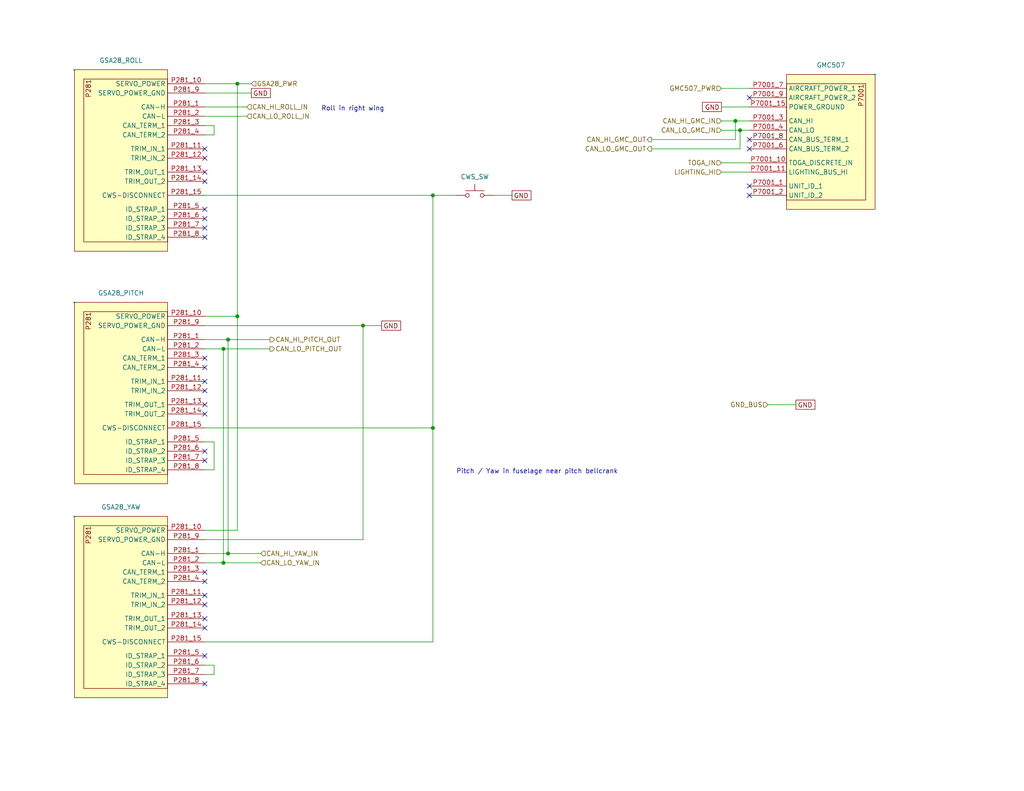
<source format=kicad_sch>
(kicad_sch (version 20230121) (generator eeschema)
  (paper "USLetter")
  (title_block (title "Autopilot") (date "2024-05-07") (rev "1.0") (company "N877RV"))
  (lib_symbols
    (symbol "Switch:SW_Push" (pin_numbers hide) (pin_names (offset 1.016) hide)
      (property "Reference" "SW" (at 1.27 2.54 0))
      (property "Value" "SW_Push" (at 0 -1.524 0))
      (symbol "SW_Push_0_1"
        (circle (center -2.032 0) (radius 0.508))
        (polyline (pts (xy 0 1.27) (xy 0 3.048)))
        (polyline (pts (xy 2.54 1.27) (xy -2.54 1.27)))
        (circle (center 2.032 0) (radius 0.508))
        (pin passive line (at -5.08 0 0) (length 2.54) (name "1") (number "1"))
        (pin passive line (at 5.08 0 180) (length 2.54) (name "2") (number "2"))
      )
    )
    (symbol "flyerx:Garmin_GMC507"
      (property "Reference" "GMC" (at 3.81 1.27 0))
      (symbol "Garmin_GMC507_1_1"
        (rectangle (start 0 0) (end 24.13 -36.83) (fill (type background)))
        (rectangle (start 2.54 -2.54) (end 24.13 -34.29) (fill (type background)))
        (text "P7001" (at 3.81 -2.54 900) (effects (font (size 1.27 1.27)) (justify right)))
        (pin bidirectional line (at 34.29 -30.48 180) (length 10.16) (name "UNIT_ID_1") (number "P7001_1"))
        (pin bidirectional line (at 34.29 -24.13 180) (length 10.16) (name "TOGA_DISCRETE_IN") (number "P7001_10"))
        (pin bidirectional line (at 34.29 -26.67 180) (length 10.16) (name "LIGHTING_BUS_HI") (number "P7001_11"))
        (pin passive line (at 34.29 -8.89 180) (length 10.16) (name "POWER_GROUND") (number "P7001_15"))
        (pin bidirectional line (at 34.29 -33.02 180) (length 10.16) (name "UNIT_ID_2") (number "P7001_2"))
        (pin bidirectional line (at 34.29 -12.7 180) (length 10.16) (name "CAN_HI") (number "P7001_3"))
        (pin bidirectional line (at 34.29 -15.24 180) (length 10.16) (name "CAN_LO") (number "P7001_4"))
        (pin bidirectional line (at 34.29 -20.32 180) (length 10.16) (name "CAN_BUS_TERM_2") (number "P7001_6"))
        (pin power_in line (at 34.29 -3.81 180) (length 10.16) (name "AIRCRAFT_POWER_1") (number "P7001_7"))
        (pin bidirectional line (at 34.29 -17.78 180) (length 10.16) (name "CAN_BUS_TERM_1") (number "P7001_8"))
        (pin power_in line (at 34.29 -6.35 180) (length 10.16) (name "AIRCRAFT_POWER_2") (number "P7001_9"))
      )
    )
    (symbol "flyerx:Garmin_GSA28"
      (property "Reference" "GSA" (at 3.81 1.27 0))
      (symbol "Garmin_GSA28_1_1"
        (rectangle (start 0 0) (end 25.4 -49.53) (fill (type background)))
        (rectangle (start 2.54 -2.54) (end 25.4 -46.99) (fill (type background)))
        (text "P281" (at 3.81 -2.54 900) (effects (font (size 1.27 1.27)) (justify right)))
        (pin bidirectional line (at 35.56 -10.16 180) (length 10.16) (name "CAN-H") (number "P281_1"))
        (pin power_in line (at 35.56 -3.81 180) (length 10.16) (name "SERVO_POWER") (number "P281_10"))
        (pin power_in line (at 35.56 -21.59 180) (length 10.16) (name "TRIM_IN_1") (number "P281_11"))
        (pin power_in line (at 35.56 -24.13 180) (length 10.16) (name "TRIM_IN_2") (number "P281_12"))
        (pin power_out line (at 35.56 -27.94 180) (length 10.16) (name "TRIM_OUT_1") (number "P281_13"))
        (pin power_out line (at 35.56 -30.48 180) (length 10.16) (name "TRIM_OUT_2") (number "P281_14"))
        (pin bidirectional line (at 35.56 -34.29 180) (length 10.16) (name "CWS-DISCONNECT") (number "P281_15"))
        (pin bidirectional line (at 35.56 -12.7 180) (length 10.16) (name "CAN-L") (number "P281_2"))
        (pin bidirectional line (at 35.56 -15.24 180) (length 10.16) (name "CAN_TERM_1") (number "P281_3"))
        (pin bidirectional line (at 35.56 -17.78 180) (length 10.16) (name "CAN_TERM_2") (number "P281_4"))
        (pin bidirectional line (at 35.56 -38.1 180) (length 10.16) (name "ID_STRAP_1") (number "P281_5"))
        (pin bidirectional line (at 35.56 -40.64 180) (length 10.16) (name "ID_STRAP_2") (number "P281_6"))
        (pin bidirectional line (at 35.56 -43.18 180) (length 10.16) (name "ID_STRAP_3") (number "P281_7"))
        (pin bidirectional line (at 35.56 -45.72 180) (length 10.16) (name "ID_STRAP_4") (number "P281_8"))
        (pin passive line (at 35.56 -6.35 180) (length 10.16) (name "SERVO_POWER_GND") (number "P281_9"))
      )
    )
  )
  (junction (at 99.06 88.9))
  (junction (at 64.77 22.86))
  (junction (at 62.23 151.13))
  (junction (at 118.11 53.34))
  (junction (at 60.96 95.25))
  (junction (at 62.23 92.71))
  (junction (at 64.77 86.36))
  (junction (at 200.66 33.02))
  (junction (at 118.11 116.84))
  (junction (at 201.93 35.56))
  (junction (at 60.96 153.67))
  (no_connect (at 55.88 186.69))
  (no_connect (at 55.88 110.49))
  (no_connect (at 55.88 156.21))
  (no_connect (at 55.88 100.33))
  (no_connect (at 55.88 168.91))
  (no_connect (at 55.88 158.75))
  (no_connect (at 55.88 179.07))
  (no_connect (at 204.47 38.1))
  (no_connect (at 204.47 53.34))
  (no_connect (at 55.88 62.23))
  (no_connect (at 55.88 59.69))
  (no_connect (at 204.47 50.8))
  (no_connect (at 55.88 40.64))
  (no_connect (at 55.88 46.99))
  (no_connect (at 55.88 162.56))
  (no_connect (at 55.88 123.19))
  (no_connect (at 55.88 64.77))
  (no_connect (at 204.47 40.64))
  (no_connect (at 55.88 57.15))
  (no_connect (at 55.88 165.1))
  (no_connect (at 55.88 171.45))
  (no_connect (at 55.88 104.14))
  (no_connect (at 55.88 106.68))
  (no_connect (at 55.88 97.79))
  (no_connect (at 55.88 113.03))
  (no_connect (at 55.88 43.18))
  (no_connect (at 55.88 125.73))
  (no_connect (at 204.47 26.67))
  (no_connect (at 55.88 49.53))
  (wire (pts (xy 55.88 36.83) (xy 58.42 36.83)))
  (wire (pts (xy 62.23 151.13) (xy 71.12 151.13)))
  (wire (pts (xy 99.06 147.32) (xy 99.06 88.9)))
  (wire (pts (xy 200.66 33.02) (xy 204.47 33.02)))
  (wire (pts (xy 204.47 46.99) (xy 196.85 46.99)))
  (wire (pts (xy 204.47 35.56) (xy 201.93 35.56)))
  (wire (pts (xy 64.77 144.78) (xy 64.77 86.36)))
  (wire (pts (xy 196.85 44.45) (xy 204.47 44.45)))
  (wire (pts (xy 201.93 35.56) (xy 196.85 35.56)))
  (wire (pts (xy 55.88 175.26) (xy 118.11 175.26)))
  (wire (pts (xy 60.96 95.25) (xy 60.96 153.67)))
  (wire (pts (xy 118.11 53.34) (xy 124.46 53.34)))
  (wire (pts (xy 55.88 184.15) (xy 58.42 184.15)))
  (wire (pts (xy 204.47 24.13) (xy 196.85 24.13)))
  (wire (pts (xy 200.66 38.1) (xy 200.66 33.02)))
  (wire (pts (xy 55.88 153.67) (xy 60.96 153.67)))
  (wire (pts (xy 62.23 92.71) (xy 73.66 92.71)))
  (wire (pts (xy 201.93 40.64) (xy 201.93 35.56)))
  (wire (pts (xy 64.77 22.86) (xy 68.58 22.86)))
  (wire (pts (xy 55.88 25.4) (xy 68.58 25.4)))
  (wire (pts (xy 134.62 53.34) (xy 139.7 53.34)))
  (wire (pts (xy 55.88 92.71) (xy 62.23 92.71)))
  (wire (pts (xy 196.85 33.02) (xy 200.66 33.02)))
  (wire (pts (xy 55.88 22.86) (xy 64.77 22.86)))
  (wire (pts (xy 118.11 116.84) (xy 118.11 53.34)))
  (wire (pts (xy 196.85 29.21) (xy 204.47 29.21)))
  (wire (pts (xy 55.88 151.13) (xy 62.23 151.13)))
  (wire (pts (xy 62.23 92.71) (xy 62.23 151.13)))
  (wire (pts (xy 55.88 53.34) (xy 118.11 53.34)))
  (wire (pts (xy 55.88 147.32) (xy 99.06 147.32)))
  (wire (pts (xy 209.55 110.49) (xy 217.17 110.49)))
  (wire (pts (xy 177.8 38.1) (xy 200.66 38.1)))
  (wire (pts (xy 55.88 34.29) (xy 58.42 34.29)))
  (wire (pts (xy 58.42 34.29) (xy 58.42 36.83)))
  (wire (pts (xy 55.88 29.21) (xy 67.31 29.21)))
  (wire (pts (xy 118.11 175.26) (xy 118.11 116.84)))
  (wire (pts (xy 60.96 153.67) (xy 71.12 153.67)))
  (wire (pts (xy 177.8 40.64) (xy 201.93 40.64)))
  (wire (pts (xy 58.42 128.27) (xy 55.88 128.27)))
  (wire (pts (xy 99.06 88.9) (xy 104.14 88.9)))
  (wire (pts (xy 60.96 95.25) (xy 73.66 95.25)))
  (wire (pts (xy 55.88 95.25) (xy 60.96 95.25)))
  (wire (pts (xy 64.77 86.36) (xy 64.77 22.86)))
  (wire (pts (xy 55.88 86.36) (xy 64.77 86.36)))
  (wire (pts (xy 55.88 120.65) (xy 58.42 120.65)))
  (wire (pts (xy 58.42 181.61) (xy 58.42 184.15)))
  (wire (pts (xy 55.88 116.84) (xy 118.11 116.84)))
  (wire (pts (xy 55.88 144.78) (xy 64.77 144.78)))
  (wire (pts (xy 55.88 31.75) (xy 67.31 31.75)))
  (wire (pts (xy 55.88 88.9) (xy 99.06 88.9)))
  (wire (pts (xy 55.88 181.61) (xy 58.42 181.61)))
  (wire (pts (xy 58.42 120.65) (xy 58.42 128.27)))
  (text "Roll in right wing" (at 87.63 30.48 0) (effects (font (size 1.27 1.27)) (justify left bottom)))
  (text "Pitch / Yaw in fuselage near pitch bellcrank" (at 124.46 129.54 0) (effects (font (size 1.27 1.27)) (justify left bottom)))
  (global_label "GND" (shape passive) (at 139.7 53.34 0) (property "Intersheetrefs" "${INTERSHEET_REFS}" (effects hide)))
  (global_label "GND" (shape passive) (at 104.14 88.9 0) (property "Intersheetrefs" "${INTERSHEET_REFS}" (effects hide)))
  (global_label "GND" (shape passive) (at 196.85 29.21 180) (property "Intersheetrefs" "${INTERSHEET_REFS}" (effects hide)))
  (global_label "GND" (shape passive) (at 217.17 110.49 0) (property "Intersheetrefs" "${INTERSHEET_REFS}" (effects hide)))
  (global_label "GND" (shape passive) (at 68.58 25.4 0) (property "Intersheetrefs" "${INTERSHEET_REFS}" (effects hide)))
  (hierarchical_label "CAN_HI_GMC_IN" (shape input) (at 196.85 33.02 180))
  (hierarchical_label "TOGA_IN" (shape input) (at 196.85 44.45 180))
  (hierarchical_label "CAN_LO_PITCH_OUT" (shape output) (at 73.66 95.25 0))
  (hierarchical_label "CAN_HI_PITCH_OUT" (shape output) (at 73.66 92.71 0))
  (hierarchical_label "GMC507_PWR" (shape input) (at 196.85 24.13 180))
  (hierarchical_label "CAN_LO_YAW_IN" (shape input) (at 71.12 153.67 0))
  (hierarchical_label "LIGHTING_HI" (shape input) (at 196.85 46.99 180))
  (hierarchical_label "GSA28_PWR" (shape input) (at 68.58 22.86 0))
  (hierarchical_label "CAN_LO_GMC_IN" (shape input) (at 196.85 35.56 180))
  (hierarchical_label "CAN_HI_YAW_IN" (shape input) (at 71.12 151.13 0))
  (hierarchical_label "CAN_LO_ROLL_IN" (shape input) (at 67.31 31.75 0))
  (hierarchical_label "CAN_HI_GMC_OUT" (shape output) (at 177.8 38.1 180))
  (hierarchical_label "CAN_HI_ROLL_IN" (shape input) (at 67.31 29.21 0))
  (hierarchical_label "CAN_LO_GMC_OUT" (shape output) (at 177.8 40.64 180))
  (hierarchical_label "GND_BUS" (shape input) (at 209.55 110.49 180))
  (symbol (lib_id "Switch:SW_Push") (at 129.54 53.34 0) (unit 1)
    (property "Reference" "CWS_SW" (at 129.54 48.26 0))
    (property "Value" "SW_Push" (effects hide))
  )
  (symbol (lib_id "flyerx:Garmin_GSA28") (at 20.32 19.05 0) (unit 1)
    (property "Reference" "GSA28_ROLL" (at 33.02 16.51 0))
    (property "Value" "~" (at 20.32 19.05 0))
  )
  (symbol (lib_id "flyerx:Garmin_GSA28") (at 20.32 82.55 0) (unit 1)
    (property "Reference" "GSA28_PITCH" (at 33.02 80.01 0))
    (property "Value" "~" (at 20.32 82.55 0))
  )
  (symbol (lib_id "flyerx:Garmin_GMC507") (at 238.76 20.32 0) (mirror y) (unit 1)
    (property "Reference" "GMC507" (at 226.695 17.78 0))
    (property "Value" "~" (at 238.76 20.32 0))
  )
  (symbol (lib_id "flyerx:Garmin_GSA28") (at 20.32 140.97 0) (unit 1)
    (property "Reference" "GSA28_YAW" (at 33.02 138.43 0))
    (property "Value" "~" (at 20.32 140.97 0))
  )
)
</source>
